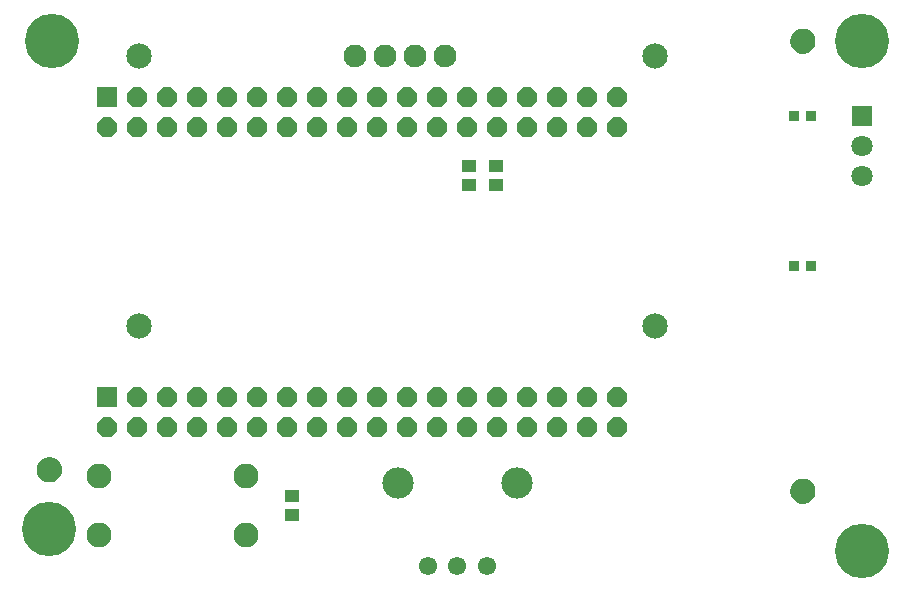
<source format=gbr>
G04 EAGLE Gerber RS-274X export*
G75*
%MOMM*%
%FSLAX34Y34*%
%LPD*%
%INSoldermask Top*%
%IPPOS*%
%AMOC8*
5,1,8,0,0,1.08239X$1,22.5*%
G01*
%ADD10R,1.676400X1.676400*%
%ADD11P,1.814519X8X22.500000*%
%ADD12C,2.152400*%
%ADD13C,1.930400*%
%ADD14R,1.803400X1.803400*%
%ADD15C,1.803400*%
%ADD16C,2.112400*%
%ADD17R,0.952400X0.952400*%
%ADD18C,1.552400*%
%ADD19C,2.652400*%
%ADD20R,1.183641X1.102359*%
%ADD21C,4.597400*%
%ADD22C,0.609600*%
%ADD23C,1.168400*%


D10*
X84500Y421900D03*
D11*
X84500Y396500D03*
X109900Y421900D03*
X109900Y396500D03*
X135300Y421900D03*
X135300Y396500D03*
X160700Y421900D03*
X160700Y396500D03*
X186100Y421900D03*
X186100Y396500D03*
X211500Y421900D03*
X211500Y396500D03*
X236900Y421900D03*
X236900Y396500D03*
X262300Y421900D03*
X262300Y396500D03*
X287700Y421900D03*
X287700Y396500D03*
X313100Y421900D03*
X313100Y396500D03*
X338500Y421900D03*
X338500Y396500D03*
X363900Y421900D03*
X363900Y396500D03*
X389300Y421900D03*
X389300Y396500D03*
X414700Y421900D03*
X414700Y396500D03*
X440100Y421900D03*
X440100Y396500D03*
X465500Y421900D03*
X465500Y396500D03*
X490900Y421900D03*
X490900Y396500D03*
X516300Y421900D03*
X516300Y396500D03*
D10*
X84500Y167900D03*
D11*
X84500Y142500D03*
X109900Y167900D03*
X109900Y142500D03*
X135300Y167900D03*
X135300Y142500D03*
X160700Y167900D03*
X160700Y142500D03*
X186100Y167900D03*
X186100Y142500D03*
X211500Y167900D03*
X211500Y142500D03*
X236900Y167900D03*
X236900Y142500D03*
X262300Y167900D03*
X262300Y142500D03*
X287700Y167900D03*
X287700Y142500D03*
X313100Y167900D03*
X313100Y142500D03*
X338500Y167900D03*
X338500Y142500D03*
X363900Y167900D03*
X363900Y142500D03*
X389300Y167900D03*
X389300Y142500D03*
X414700Y167900D03*
X414700Y142500D03*
X440100Y167900D03*
X440100Y142500D03*
X465500Y167900D03*
X465500Y142500D03*
X490900Y167900D03*
X490900Y142500D03*
X516300Y167900D03*
X516300Y142500D03*
D12*
X111760Y228600D03*
X548640Y228600D03*
X111760Y457200D03*
X548640Y457200D03*
D13*
X370840Y457200D03*
X345440Y457200D03*
X320040Y457200D03*
X294640Y457200D03*
D14*
X723900Y406400D03*
D15*
X723900Y381000D03*
X723900Y355600D03*
D16*
X202200Y101200D03*
X202200Y51200D03*
X77200Y51200D03*
X77200Y101200D03*
D17*
X665600Y406400D03*
X680600Y406400D03*
D18*
X356000Y25400D03*
X381000Y25400D03*
X406000Y25400D03*
D19*
X331000Y95400D03*
X431000Y95400D03*
D20*
X414020Y347599D03*
X414020Y363601D03*
X391160Y363601D03*
X391160Y347599D03*
D17*
X665600Y279400D03*
X680600Y279400D03*
D20*
X241300Y68199D03*
X241300Y84201D03*
D21*
X35052Y56134D03*
X38100Y469900D03*
X723900Y38100D03*
X723900Y469900D03*
D22*
X27432Y106934D02*
X27434Y107121D01*
X27441Y107308D01*
X27453Y107495D01*
X27469Y107681D01*
X27489Y107867D01*
X27514Y108052D01*
X27544Y108237D01*
X27578Y108421D01*
X27617Y108604D01*
X27660Y108786D01*
X27708Y108966D01*
X27760Y109146D01*
X27817Y109324D01*
X27877Y109501D01*
X27943Y109676D01*
X28012Y109850D01*
X28086Y110022D01*
X28164Y110192D01*
X28246Y110360D01*
X28332Y110526D01*
X28422Y110690D01*
X28516Y110851D01*
X28614Y111011D01*
X28716Y111167D01*
X28822Y111322D01*
X28932Y111473D01*
X29045Y111622D01*
X29162Y111768D01*
X29282Y111911D01*
X29406Y112051D01*
X29533Y112188D01*
X29664Y112322D01*
X29798Y112453D01*
X29935Y112580D01*
X30075Y112704D01*
X30218Y112824D01*
X30364Y112941D01*
X30513Y113054D01*
X30664Y113164D01*
X30819Y113270D01*
X30975Y113372D01*
X31135Y113470D01*
X31296Y113564D01*
X31460Y113654D01*
X31626Y113740D01*
X31794Y113822D01*
X31964Y113900D01*
X32136Y113974D01*
X32310Y114043D01*
X32485Y114109D01*
X32662Y114169D01*
X32840Y114226D01*
X33020Y114278D01*
X33200Y114326D01*
X33382Y114369D01*
X33565Y114408D01*
X33749Y114442D01*
X33934Y114472D01*
X34119Y114497D01*
X34305Y114517D01*
X34491Y114533D01*
X34678Y114545D01*
X34865Y114552D01*
X35052Y114554D01*
X35239Y114552D01*
X35426Y114545D01*
X35613Y114533D01*
X35799Y114517D01*
X35985Y114497D01*
X36170Y114472D01*
X36355Y114442D01*
X36539Y114408D01*
X36722Y114369D01*
X36904Y114326D01*
X37084Y114278D01*
X37264Y114226D01*
X37442Y114169D01*
X37619Y114109D01*
X37794Y114043D01*
X37968Y113974D01*
X38140Y113900D01*
X38310Y113822D01*
X38478Y113740D01*
X38644Y113654D01*
X38808Y113564D01*
X38969Y113470D01*
X39129Y113372D01*
X39285Y113270D01*
X39440Y113164D01*
X39591Y113054D01*
X39740Y112941D01*
X39886Y112824D01*
X40029Y112704D01*
X40169Y112580D01*
X40306Y112453D01*
X40440Y112322D01*
X40571Y112188D01*
X40698Y112051D01*
X40822Y111911D01*
X40942Y111768D01*
X41059Y111622D01*
X41172Y111473D01*
X41282Y111322D01*
X41388Y111167D01*
X41490Y111011D01*
X41588Y110851D01*
X41682Y110690D01*
X41772Y110526D01*
X41858Y110360D01*
X41940Y110192D01*
X42018Y110022D01*
X42092Y109850D01*
X42161Y109676D01*
X42227Y109501D01*
X42287Y109324D01*
X42344Y109146D01*
X42396Y108966D01*
X42444Y108786D01*
X42487Y108604D01*
X42526Y108421D01*
X42560Y108237D01*
X42590Y108052D01*
X42615Y107867D01*
X42635Y107681D01*
X42651Y107495D01*
X42663Y107308D01*
X42670Y107121D01*
X42672Y106934D01*
X42670Y106747D01*
X42663Y106560D01*
X42651Y106373D01*
X42635Y106187D01*
X42615Y106001D01*
X42590Y105816D01*
X42560Y105631D01*
X42526Y105447D01*
X42487Y105264D01*
X42444Y105082D01*
X42396Y104902D01*
X42344Y104722D01*
X42287Y104544D01*
X42227Y104367D01*
X42161Y104192D01*
X42092Y104018D01*
X42018Y103846D01*
X41940Y103676D01*
X41858Y103508D01*
X41772Y103342D01*
X41682Y103178D01*
X41588Y103017D01*
X41490Y102857D01*
X41388Y102701D01*
X41282Y102546D01*
X41172Y102395D01*
X41059Y102246D01*
X40942Y102100D01*
X40822Y101957D01*
X40698Y101817D01*
X40571Y101680D01*
X40440Y101546D01*
X40306Y101415D01*
X40169Y101288D01*
X40029Y101164D01*
X39886Y101044D01*
X39740Y100927D01*
X39591Y100814D01*
X39440Y100704D01*
X39285Y100598D01*
X39129Y100496D01*
X38969Y100398D01*
X38808Y100304D01*
X38644Y100214D01*
X38478Y100128D01*
X38310Y100046D01*
X38140Y99968D01*
X37968Y99894D01*
X37794Y99825D01*
X37619Y99759D01*
X37442Y99699D01*
X37264Y99642D01*
X37084Y99590D01*
X36904Y99542D01*
X36722Y99499D01*
X36539Y99460D01*
X36355Y99426D01*
X36170Y99396D01*
X35985Y99371D01*
X35799Y99351D01*
X35613Y99335D01*
X35426Y99323D01*
X35239Y99316D01*
X35052Y99314D01*
X34865Y99316D01*
X34678Y99323D01*
X34491Y99335D01*
X34305Y99351D01*
X34119Y99371D01*
X33934Y99396D01*
X33749Y99426D01*
X33565Y99460D01*
X33382Y99499D01*
X33200Y99542D01*
X33020Y99590D01*
X32840Y99642D01*
X32662Y99699D01*
X32485Y99759D01*
X32310Y99825D01*
X32136Y99894D01*
X31964Y99968D01*
X31794Y100046D01*
X31626Y100128D01*
X31460Y100214D01*
X31296Y100304D01*
X31135Y100398D01*
X30975Y100496D01*
X30819Y100598D01*
X30664Y100704D01*
X30513Y100814D01*
X30364Y100927D01*
X30218Y101044D01*
X30075Y101164D01*
X29935Y101288D01*
X29798Y101415D01*
X29664Y101546D01*
X29533Y101680D01*
X29406Y101817D01*
X29282Y101957D01*
X29162Y102100D01*
X29045Y102246D01*
X28932Y102395D01*
X28822Y102546D01*
X28716Y102701D01*
X28614Y102857D01*
X28516Y103017D01*
X28422Y103178D01*
X28332Y103342D01*
X28246Y103508D01*
X28164Y103676D01*
X28086Y103846D01*
X28012Y104018D01*
X27943Y104192D01*
X27877Y104367D01*
X27817Y104544D01*
X27760Y104722D01*
X27708Y104902D01*
X27660Y105082D01*
X27617Y105264D01*
X27578Y105447D01*
X27544Y105631D01*
X27514Y105816D01*
X27489Y106001D01*
X27469Y106187D01*
X27453Y106373D01*
X27441Y106560D01*
X27434Y106747D01*
X27432Y106934D01*
D23*
X35052Y106934D03*
D22*
X665480Y88900D02*
X665482Y89087D01*
X665489Y89274D01*
X665501Y89461D01*
X665517Y89647D01*
X665537Y89833D01*
X665562Y90018D01*
X665592Y90203D01*
X665626Y90387D01*
X665665Y90570D01*
X665708Y90752D01*
X665756Y90932D01*
X665808Y91112D01*
X665865Y91290D01*
X665925Y91467D01*
X665991Y91642D01*
X666060Y91816D01*
X666134Y91988D01*
X666212Y92158D01*
X666294Y92326D01*
X666380Y92492D01*
X666470Y92656D01*
X666564Y92817D01*
X666662Y92977D01*
X666764Y93133D01*
X666870Y93288D01*
X666980Y93439D01*
X667093Y93588D01*
X667210Y93734D01*
X667330Y93877D01*
X667454Y94017D01*
X667581Y94154D01*
X667712Y94288D01*
X667846Y94419D01*
X667983Y94546D01*
X668123Y94670D01*
X668266Y94790D01*
X668412Y94907D01*
X668561Y95020D01*
X668712Y95130D01*
X668867Y95236D01*
X669023Y95338D01*
X669183Y95436D01*
X669344Y95530D01*
X669508Y95620D01*
X669674Y95706D01*
X669842Y95788D01*
X670012Y95866D01*
X670184Y95940D01*
X670358Y96009D01*
X670533Y96075D01*
X670710Y96135D01*
X670888Y96192D01*
X671068Y96244D01*
X671248Y96292D01*
X671430Y96335D01*
X671613Y96374D01*
X671797Y96408D01*
X671982Y96438D01*
X672167Y96463D01*
X672353Y96483D01*
X672539Y96499D01*
X672726Y96511D01*
X672913Y96518D01*
X673100Y96520D01*
X673287Y96518D01*
X673474Y96511D01*
X673661Y96499D01*
X673847Y96483D01*
X674033Y96463D01*
X674218Y96438D01*
X674403Y96408D01*
X674587Y96374D01*
X674770Y96335D01*
X674952Y96292D01*
X675132Y96244D01*
X675312Y96192D01*
X675490Y96135D01*
X675667Y96075D01*
X675842Y96009D01*
X676016Y95940D01*
X676188Y95866D01*
X676358Y95788D01*
X676526Y95706D01*
X676692Y95620D01*
X676856Y95530D01*
X677017Y95436D01*
X677177Y95338D01*
X677333Y95236D01*
X677488Y95130D01*
X677639Y95020D01*
X677788Y94907D01*
X677934Y94790D01*
X678077Y94670D01*
X678217Y94546D01*
X678354Y94419D01*
X678488Y94288D01*
X678619Y94154D01*
X678746Y94017D01*
X678870Y93877D01*
X678990Y93734D01*
X679107Y93588D01*
X679220Y93439D01*
X679330Y93288D01*
X679436Y93133D01*
X679538Y92977D01*
X679636Y92817D01*
X679730Y92656D01*
X679820Y92492D01*
X679906Y92326D01*
X679988Y92158D01*
X680066Y91988D01*
X680140Y91816D01*
X680209Y91642D01*
X680275Y91467D01*
X680335Y91290D01*
X680392Y91112D01*
X680444Y90932D01*
X680492Y90752D01*
X680535Y90570D01*
X680574Y90387D01*
X680608Y90203D01*
X680638Y90018D01*
X680663Y89833D01*
X680683Y89647D01*
X680699Y89461D01*
X680711Y89274D01*
X680718Y89087D01*
X680720Y88900D01*
X680718Y88713D01*
X680711Y88526D01*
X680699Y88339D01*
X680683Y88153D01*
X680663Y87967D01*
X680638Y87782D01*
X680608Y87597D01*
X680574Y87413D01*
X680535Y87230D01*
X680492Y87048D01*
X680444Y86868D01*
X680392Y86688D01*
X680335Y86510D01*
X680275Y86333D01*
X680209Y86158D01*
X680140Y85984D01*
X680066Y85812D01*
X679988Y85642D01*
X679906Y85474D01*
X679820Y85308D01*
X679730Y85144D01*
X679636Y84983D01*
X679538Y84823D01*
X679436Y84667D01*
X679330Y84512D01*
X679220Y84361D01*
X679107Y84212D01*
X678990Y84066D01*
X678870Y83923D01*
X678746Y83783D01*
X678619Y83646D01*
X678488Y83512D01*
X678354Y83381D01*
X678217Y83254D01*
X678077Y83130D01*
X677934Y83010D01*
X677788Y82893D01*
X677639Y82780D01*
X677488Y82670D01*
X677333Y82564D01*
X677177Y82462D01*
X677017Y82364D01*
X676856Y82270D01*
X676692Y82180D01*
X676526Y82094D01*
X676358Y82012D01*
X676188Y81934D01*
X676016Y81860D01*
X675842Y81791D01*
X675667Y81725D01*
X675490Y81665D01*
X675312Y81608D01*
X675132Y81556D01*
X674952Y81508D01*
X674770Y81465D01*
X674587Y81426D01*
X674403Y81392D01*
X674218Y81362D01*
X674033Y81337D01*
X673847Y81317D01*
X673661Y81301D01*
X673474Y81289D01*
X673287Y81282D01*
X673100Y81280D01*
X672913Y81282D01*
X672726Y81289D01*
X672539Y81301D01*
X672353Y81317D01*
X672167Y81337D01*
X671982Y81362D01*
X671797Y81392D01*
X671613Y81426D01*
X671430Y81465D01*
X671248Y81508D01*
X671068Y81556D01*
X670888Y81608D01*
X670710Y81665D01*
X670533Y81725D01*
X670358Y81791D01*
X670184Y81860D01*
X670012Y81934D01*
X669842Y82012D01*
X669674Y82094D01*
X669508Y82180D01*
X669344Y82270D01*
X669183Y82364D01*
X669023Y82462D01*
X668867Y82564D01*
X668712Y82670D01*
X668561Y82780D01*
X668412Y82893D01*
X668266Y83010D01*
X668123Y83130D01*
X667983Y83254D01*
X667846Y83381D01*
X667712Y83512D01*
X667581Y83646D01*
X667454Y83783D01*
X667330Y83923D01*
X667210Y84066D01*
X667093Y84212D01*
X666980Y84361D01*
X666870Y84512D01*
X666764Y84667D01*
X666662Y84823D01*
X666564Y84983D01*
X666470Y85144D01*
X666380Y85308D01*
X666294Y85474D01*
X666212Y85642D01*
X666134Y85812D01*
X666060Y85984D01*
X665991Y86158D01*
X665925Y86333D01*
X665865Y86510D01*
X665808Y86688D01*
X665756Y86868D01*
X665708Y87048D01*
X665665Y87230D01*
X665626Y87413D01*
X665592Y87597D01*
X665562Y87782D01*
X665537Y87967D01*
X665517Y88153D01*
X665501Y88339D01*
X665489Y88526D01*
X665482Y88713D01*
X665480Y88900D01*
D23*
X673100Y88900D03*
D22*
X665480Y469900D02*
X665482Y470087D01*
X665489Y470274D01*
X665501Y470461D01*
X665517Y470647D01*
X665537Y470833D01*
X665562Y471018D01*
X665592Y471203D01*
X665626Y471387D01*
X665665Y471570D01*
X665708Y471752D01*
X665756Y471932D01*
X665808Y472112D01*
X665865Y472290D01*
X665925Y472467D01*
X665991Y472642D01*
X666060Y472816D01*
X666134Y472988D01*
X666212Y473158D01*
X666294Y473326D01*
X666380Y473492D01*
X666470Y473656D01*
X666564Y473817D01*
X666662Y473977D01*
X666764Y474133D01*
X666870Y474288D01*
X666980Y474439D01*
X667093Y474588D01*
X667210Y474734D01*
X667330Y474877D01*
X667454Y475017D01*
X667581Y475154D01*
X667712Y475288D01*
X667846Y475419D01*
X667983Y475546D01*
X668123Y475670D01*
X668266Y475790D01*
X668412Y475907D01*
X668561Y476020D01*
X668712Y476130D01*
X668867Y476236D01*
X669023Y476338D01*
X669183Y476436D01*
X669344Y476530D01*
X669508Y476620D01*
X669674Y476706D01*
X669842Y476788D01*
X670012Y476866D01*
X670184Y476940D01*
X670358Y477009D01*
X670533Y477075D01*
X670710Y477135D01*
X670888Y477192D01*
X671068Y477244D01*
X671248Y477292D01*
X671430Y477335D01*
X671613Y477374D01*
X671797Y477408D01*
X671982Y477438D01*
X672167Y477463D01*
X672353Y477483D01*
X672539Y477499D01*
X672726Y477511D01*
X672913Y477518D01*
X673100Y477520D01*
X673287Y477518D01*
X673474Y477511D01*
X673661Y477499D01*
X673847Y477483D01*
X674033Y477463D01*
X674218Y477438D01*
X674403Y477408D01*
X674587Y477374D01*
X674770Y477335D01*
X674952Y477292D01*
X675132Y477244D01*
X675312Y477192D01*
X675490Y477135D01*
X675667Y477075D01*
X675842Y477009D01*
X676016Y476940D01*
X676188Y476866D01*
X676358Y476788D01*
X676526Y476706D01*
X676692Y476620D01*
X676856Y476530D01*
X677017Y476436D01*
X677177Y476338D01*
X677333Y476236D01*
X677488Y476130D01*
X677639Y476020D01*
X677788Y475907D01*
X677934Y475790D01*
X678077Y475670D01*
X678217Y475546D01*
X678354Y475419D01*
X678488Y475288D01*
X678619Y475154D01*
X678746Y475017D01*
X678870Y474877D01*
X678990Y474734D01*
X679107Y474588D01*
X679220Y474439D01*
X679330Y474288D01*
X679436Y474133D01*
X679538Y473977D01*
X679636Y473817D01*
X679730Y473656D01*
X679820Y473492D01*
X679906Y473326D01*
X679988Y473158D01*
X680066Y472988D01*
X680140Y472816D01*
X680209Y472642D01*
X680275Y472467D01*
X680335Y472290D01*
X680392Y472112D01*
X680444Y471932D01*
X680492Y471752D01*
X680535Y471570D01*
X680574Y471387D01*
X680608Y471203D01*
X680638Y471018D01*
X680663Y470833D01*
X680683Y470647D01*
X680699Y470461D01*
X680711Y470274D01*
X680718Y470087D01*
X680720Y469900D01*
X680718Y469713D01*
X680711Y469526D01*
X680699Y469339D01*
X680683Y469153D01*
X680663Y468967D01*
X680638Y468782D01*
X680608Y468597D01*
X680574Y468413D01*
X680535Y468230D01*
X680492Y468048D01*
X680444Y467868D01*
X680392Y467688D01*
X680335Y467510D01*
X680275Y467333D01*
X680209Y467158D01*
X680140Y466984D01*
X680066Y466812D01*
X679988Y466642D01*
X679906Y466474D01*
X679820Y466308D01*
X679730Y466144D01*
X679636Y465983D01*
X679538Y465823D01*
X679436Y465667D01*
X679330Y465512D01*
X679220Y465361D01*
X679107Y465212D01*
X678990Y465066D01*
X678870Y464923D01*
X678746Y464783D01*
X678619Y464646D01*
X678488Y464512D01*
X678354Y464381D01*
X678217Y464254D01*
X678077Y464130D01*
X677934Y464010D01*
X677788Y463893D01*
X677639Y463780D01*
X677488Y463670D01*
X677333Y463564D01*
X677177Y463462D01*
X677017Y463364D01*
X676856Y463270D01*
X676692Y463180D01*
X676526Y463094D01*
X676358Y463012D01*
X676188Y462934D01*
X676016Y462860D01*
X675842Y462791D01*
X675667Y462725D01*
X675490Y462665D01*
X675312Y462608D01*
X675132Y462556D01*
X674952Y462508D01*
X674770Y462465D01*
X674587Y462426D01*
X674403Y462392D01*
X674218Y462362D01*
X674033Y462337D01*
X673847Y462317D01*
X673661Y462301D01*
X673474Y462289D01*
X673287Y462282D01*
X673100Y462280D01*
X672913Y462282D01*
X672726Y462289D01*
X672539Y462301D01*
X672353Y462317D01*
X672167Y462337D01*
X671982Y462362D01*
X671797Y462392D01*
X671613Y462426D01*
X671430Y462465D01*
X671248Y462508D01*
X671068Y462556D01*
X670888Y462608D01*
X670710Y462665D01*
X670533Y462725D01*
X670358Y462791D01*
X670184Y462860D01*
X670012Y462934D01*
X669842Y463012D01*
X669674Y463094D01*
X669508Y463180D01*
X669344Y463270D01*
X669183Y463364D01*
X669023Y463462D01*
X668867Y463564D01*
X668712Y463670D01*
X668561Y463780D01*
X668412Y463893D01*
X668266Y464010D01*
X668123Y464130D01*
X667983Y464254D01*
X667846Y464381D01*
X667712Y464512D01*
X667581Y464646D01*
X667454Y464783D01*
X667330Y464923D01*
X667210Y465066D01*
X667093Y465212D01*
X666980Y465361D01*
X666870Y465512D01*
X666764Y465667D01*
X666662Y465823D01*
X666564Y465983D01*
X666470Y466144D01*
X666380Y466308D01*
X666294Y466474D01*
X666212Y466642D01*
X666134Y466812D01*
X666060Y466984D01*
X665991Y467158D01*
X665925Y467333D01*
X665865Y467510D01*
X665808Y467688D01*
X665756Y467868D01*
X665708Y468048D01*
X665665Y468230D01*
X665626Y468413D01*
X665592Y468597D01*
X665562Y468782D01*
X665537Y468967D01*
X665517Y469153D01*
X665501Y469339D01*
X665489Y469526D01*
X665482Y469713D01*
X665480Y469900D01*
D23*
X673100Y469900D03*
M02*

</source>
